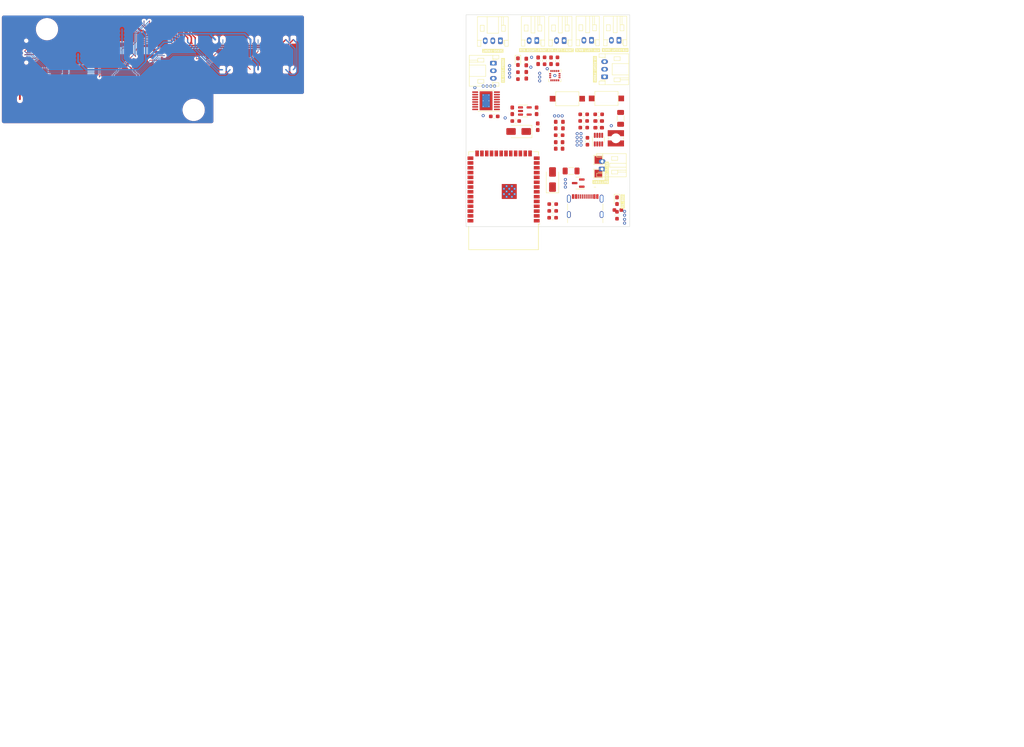
<source format=kicad_pcb>
(kicad_pcb (version 20221018) (generator pcbnew)
  (layers (0 "F.Cu" signal) (31 "B.Cu" signal) (34 "B.Paste" user) (35 "F.Paste" user) (36 "B.SilkS" user "B.Silkscreen") (37 "F.SilkS" user "F.Silkscreen") (38 "B.Mask" user) (39 "F.Mask" user) (44 "Edge.Cuts" user))
  (net 0 "")
  (net 1 "BAT_OUT")
  (net 2 "GND")
  (net 3 "+3.3V")
  (net 4 "ESP32-RESET")
  (net 5 "+5V")
  (net 6 "Net-(U1-VINT)")
  (net 7 "Net-(U1-VCP)")
  (net 8 "+7.5V")
  (net 9 "Net-(U5-EN)")
  (net 10 "Net-(U5-BS)")
  (net 11 "Net-(U5-LX)")
  (net 12 "5V_BAT")
  (net 13 "Net-(D1-A)")
  (net 14 "5V_USB_POWER")
  (net 15 "Net-(D3-A)")
  (net 16 "Net-(J2-CC1)")
  (net 17 "ESP32-D+")
  (net 18 "ESP32-D-")
  (net 20 "Net-(J2-CC2)")
  (net 22 "ESP32-IR-FL")
  (net 23 "ESP32-IR-FR")
  (net 24 "ESP32-SRV-F")
  (net 25 "Net-(D4-A)")
  (net 26 "MOTOR-RIGHT-BL")
  (net 27 "MOTOR-RIGHT-BR")
  (net 28 "MOTOR-LEFT-BL")
  (net 29 "MOTOR-LEFT-BR")
  (net 30 "ESP32-OP-LED")
  (net 31 "ESP32-BATTERY-READ")
  (net 32 "ESP32-ACC-SCL")
  (net 33 "Net-(U1-nSLEEP)")
  (net 34 "ESP32-ACC-SDA")
  (net 35 "Net-(U5-FS)")
  (net 36 "Net-(U5-FB)")
  (net 37 "ESP32-BOOT0")
  (net 38 "ESP32-MOTOR-FAULT")
  (net 39 "ESP32-MOTOR-BIN1")
  (net 40 "ESP32-MOTOR-BIN2")
  (net 41 "ESP32-MOTOR-AIN2")
  (net 42 "ESP32-MOTOR-AIN1")
  (net 47 "ESP32-ACC-INT1")
  (net 48 "ESP32-ACC-INT2")
  (net 69 "Net-(U3-EN)")
  (footprint "Capacitor_SMD:C_0603_1608Metric_Pad1.08x0.95mm_HandSolder" (layer "F.Cu") (at 211.629662 54.509436 90)
    (fp_text reference "C3" hide)
    (fp_text value "0.1uF/50V")
  )
  (footprint "RF_Module:ESP32-S3-WROOM-1" (layer "F.Cu") (at 197.865224 74.475281 180)
    (fp_text reference "U2" hide)
    (fp_text value "ESP32-S3-WROOM-1")
  )
  (footprint "Button_Switch_SMD:SW_SPST_CK_RS282G05A3" (layer "F.Cu") (at 214.691292 47.542587 180)
    (fp_text reference "SW1" hide)
    (fp_text value "SW_Push")
  )
  (footprint "Package_TO_SOT_SMD:SOT-23" (layer "F.Cu") (at 217.559155 69.813579 180)
    (fp_text reference "Q1" hide)
    (fp_text value "FDN336P")
  )
  (footprint "LED_SMD:LED_0603_1608Metric_Pad1.05x0.95mm_HandSolder" (layer "F.Cu") (at 201.658058 37.761261 -90)
    (fp_text reference "D1" hide)
    (fp_text value "LED")
  )
  (footprint "Capacitor_SMD:C_1206_3216Metric_Pad1.33x1.80mm_HandSolder" (layer "F.Cu") (at 228.744663 52.727876 90)
    (fp_text reference "C16" hide)
    (fp_text value "22u")
  )
  (footprint "Capacitor_SMD:C_0603_1608Metric_Pad1.08x0.95mm_HandSolder" (layer "F.Cu") (at 213.429662 59.871936 -90)
    (fp_text reference "C2" hide)
    (fp_text value "10u")
  )
  (footprint "Capacitor_SMD:C_0603_1608Metric_Pad1.08x0.95mm_HandSolder" (layer "F.Cu") (at 200.16 50.7375 -90)
    (fp_text reference "C5" hide)
    (fp_text value "1u")
  )
  (footprint "Resistor_SMD:R_0603_1608Metric_Pad0.98x0.95mm_HandSolder" (layer "F.Cu") (at 219.007163 51.665376)
    (fp_text reference "R6" hide)
    (fp_text value "5.1K")
  )
  (footprint "Capacitor_SMD:C_0603_1608Metric_Pad1.08x0.95mm_HandSolder" (layer "F.Cu") (at 222.957163 55.190376)
    (fp_text reference "C11" hide)
    (fp_text value "10n")
  )
  (footprint "Resistor_SMD:R_0603_1608Metric_Pad0.98x0.95mm_HandSolder" (layer "F.Cu") (at 218.994663 53.415376 180)
    (fp_text reference "R5" hide)
    (fp_text value "3.3k")
  )
  (footprint "Connector_JST:JST_PH_S2B-PH-K_1x02_P2.00mm_Horizontal" (layer "F.Cu") (at 228.315819 32.129534 180)
    (fp_text reference "J9" hide)
    (fp_text value "JST XH")
  )
  (footprint "Resistor_SMD:R_0603_1608Metric_Pad0.98x0.95mm_HandSolder" (layer "F.Cu") (at 219.019663 55.165376)
    (fp_text reference "R14" hide)
    (fp_text value "100k")
  )
  (footprint "Resistor_SMD:R_0603_1608Metric_Pad0.98x0.95mm_HandSolder" (layer "F.Cu") (at 212.529662 57.171936 180)
    (fp_text reference "R1" hide)
    (fp_text value "5.1K")
  )
  (footprint "LED_SMD:LED_0603_1608Metric_Pad1.05x0.95mm_HandSolder" (layer "F.Cu") (at 227.792254 74.453966 -90)
    (fp_text reference "D3" hide)
    (fp_text value "LED")
  )
  (footprint "kibuzzard-65073819" (layer "F.Cu") (at 220.053546 34.733954 180)
    (fp_text reference "kibuzzard-65073819" hide)
    (fp_text value "G***" hide)
  )
  (footprint "Button_Switch_SMD:SW_SPST_CK_RS282G05A3" (layer "F.Cu") (at 225.012727 47.473156)
    (fp_text reference "SW2" hide)
    (fp_text value "SW_Push")
  )
  (footprint "TestPoint:TestPoint_Pad_2.0x2.0mm" (layer "F.Cu") (at 222.871965 63.704086 90)
    (fp_text reference "J6" hide)
    (fp_text value "Conn_01x01_Pin")
  )
  (footprint "Resistor_SMD:R_0603_1608Metric_Pad0.98x0.95mm_HandSolder" (layer "F.Cu") (at 212.0882 37.544931 90)
    (fp_text reference "R9" hide)
    (fp_text value "5.1K")
  )
  (footprint "Connector_JST:JST_PH_S2B-PH-K_1x02_P2.00mm_Horizontal" (layer "F.Cu") (at 221.067048 32.128952 180)
    (fp_text reference "J11" hide)
    (fp_text value "JST XH")
  )
  (footprint "Resistor_SMD:R_0603_1608Metric_Pad0.98x0.95mm_HandSolder" (layer "F.Cu") (at 210.831066 75.348368 180)
    (fp_text reference "R7" hide)
    (fp_text value "5.1K")
  )
  (footprint "kibuzzard-650737FA" (layer "F.Cu") (at 221.969649 39.766338 -90)
    (fp_text reference "kibuzzard-650737FA" hide)
    (fp_text value "G***" hide)
  )
  (footprint "kibuzzard-65073881" (layer "F.Cu") (at 227.315819 34.697891 180)
    (fp_text reference "kibuzzard-65073881" hide)
    (fp_text value "G***" hide)
  )
  (footprint "kibuzzard-65073803" (layer "F.Cu") (at 205.717242 34.737982)
    (fp_text reference "kibuzzard-65073803" hide)
    (fp_text value "G***" hide)
  )
  (footprint "Resistor_SMD:R_0603_1608Metric_Pad0.98x0.95mm_HandSolder" (layer "F.Cu") (at 227.792254 78.291466 -90)
    (fp_text reference "R17" hide)
    (fp_text value "5.1K")
  )
  (footprint "Resistor_SMD:R_0603_1608Metric_Pad0.98x0.95mm_HandSolder" (layer "F.Cu") (at 201.658058 41.461261 -90)
    (fp_text reference "R2" hide)
    (fp_text value "5.1K")
  )
  (footprint "Capacitor_SMD:C_0603_1608Metric_Pad1.08x0.95mm_HandSolder" (layer "F.Cu") (at 213.529662 54.509436 90)
    (fp_text reference "C13" hide)
    (fp_text value "1u")
  )
  (footprint "Connector_JST:JST_PH_S2B-PH-K_1x02_P2.00mm_Horizontal" (layer "F.Cu") (at 223.87225 66.096783 90)
    (fp_text reference "J1" hide)
    (fp_text value "JST XH")
  )
  (footprint "kibuzzard-650739DD" (layer "F.Cu") (at 223.471965 69.504086 180)
    (fp_text reference "kibuzzard-650739DD" hide)
    (fp_text value "G***" hide)
  )
  (footprint "Capacitor_SMD:C_0603_1608Metric_Pad1.08x0.95mm_HandSolder" (layer "F.Cu") (at 210.3882 37.532431 -90)
    (fp_text reference "C10" hide)
    (fp_text value "10u")
  )
  (footprint "Capacitor_SMD:C_0603_1608Metric_Pad1.08x0.95mm_HandSolder" (layer "F.Cu") (at 211.629662 59.871936 -90)
    (fp_text reference "C1" hide)
    (fp_text value "10u")
  )
  (footprint "Connector_JST:JST_PH_S3B-PH-K_1x03_P2.00mm_Horizontal" (layer "F.Cu") (at 224.519649 41.766338 90)
    (fp_text reference "J4" hide)
    (fp_text value "Conn_01x03_Socket")
  )
  (footprint "Capacitor_SMD:C_0603_1608Metric_Pad1.08x0.95mm_HandSolder" (layer "F.Cu") (at 206.58 50.7375 -90)
    (fp_text reference "C4" hide)
    (fp_text value "1u")
  )
  (footprint "Capacitor_SMD:C_1206_3216Metric_Pad1.33x1.80mm_HandSolder" (layer "F.Cu") (at 215.679381 66.613579 180)
    (fp_text reference "C12" hide)
    (fp_text value "22u")
  )
  (footprint "kibuzzard-650739F6" (layer "F.Cu") (at 229.292254 74.678966 -90)
    (fp_text reference "kibuzzard-650739F6" hide)
    (fp_text value "G***" hide)
  )
  (footprint "Connector_JST:JST_PH_S3B-PH-K_1x03_P2.00mm_Horizontal" (layer "F.Cu") (at 197.030503 32.256183 180)
    (fp_text reference "J7" hide)
    (fp_text value "Conn_01x03_Socket")
  )
  (footprint "Capacitor_SMD:C_0603_1608Metric_Pad1.08x0.95mm_HandSolder" (layer "F.Cu") (at 203.858058 37.861261 -90)
    (fp_text reference "C8" hide)
    (fp_text value "100n")
  )
  (footprint "Connector_JST:JST_PH_S2B-PH-K_1x02_P2.00mm_Horizontal" (layer "F.Cu") (at 213.846246 32.198383 180)
    (fp_text reference "J10" hide)
    (fp_text value "JST XH")
  )
  (footprint "Capacitor_SMD:C_0603_1608Metric_Pad1.08x0.95mm_HandSolder" (layer "F.Cu") (at 203.858058 41.361261 90)
    (fp_text reference "C7" hide)
    (fp_text value "2.2u")
  )
  (footprint "Diode_SMD:D_SMA" (layer "F.Cu") (at 210.776357 68.868285 90)
    (fp_text reference "D4" hide)
    (fp_text value "SS14")
  )
  (footprint "Capacitor_SMD:C_0603_1608Metric_Pad1.08x0.95mm_HandSolder" (layer "F.Cu") (at 206.88 54.9375 90)
    (fp_text reference "C14" hide)
    (fp_text value "0.1uF/50V")
  )
  (footprint "Resistor_SMD:R_0603_1608Metric_Pad0.98x0.95mm_HandSolder" (layer "F.Cu") (at 210.806066 78.948368)
    (fp_text reference "R10" hide)
    (fp_text value "5.1K")
  )
  (footprint "Resistor_SMD:R_0603_1608Metric_Pad0.98x0.95mm_HandSolder" (layer "F.Cu") (at 201.08 53.4375)
    (fp_text reference "R8" hide)
    (fp_text value "100k")
  )
  (footprint "Diode_SMD:D_SMA" (layer "F.Cu") (at 201.837726 56.1875 180)
    (fp_text reference "D2" hide)
    (fp_text value "SS14")
  )
  (footprint "Inductor_SMD:L_Wuerth_WE-TPC-3816" (layer "F.Cu") (at 227.494663 57.990376)
    (fp_text reference "L1" hide)
    (fp_text value "4.7u")
  )
  (footprint "RF_Module:ESP32-S3-WROOM-1" (layer "F.Cu") (at 197.865224 74.475281 180)
    (fp_text reference "U2" hide)
    (fp_text value "ESP32-S3-WROOM-1")
  )
  (footprint "Package_LGA:LGA-16_3x3mm_P0.5mm_LayoutBorder3x5y" (layer "F.Cu") (at 211.3882 41.457431 -90)
    (fp_text reference "U4" hide)
    (fp_text value "LIS3DH")
  )
  (footprint "TestPoint:TestPoint_Pad_2.0x2.0mm" (layer "F.Cu") (at 222.871965 67.304086 90)
    (fp_text reference "J5" hide)
    (fp_text value "Conn_01x01_Pin")
  )
  (footprint "kibuzzard-6507377B" (layer "F.Cu") (at 197.719365 40.06943 90)
    (fp_text reference "kibuzzard-6507377B" hide)
    (fp_text value "G***" hide)
  )
  (footprint "Resistor_SMD:R_0603_1608Metric_Pad0.98x0.95mm_HandSolder" (layer "F.Cu") (at 221.962962 70.344738)
    (fp_text reference "R15" hide)
    (fp_text value "100k")
  )
  (footprint "kibuzzard-650739D2" (layer "F.Cu") (at 225.091692 66.604086 90)
    (fp_text reference "kibuzzard-650739D2" hide)
    (fp_text value "G***" hide)
  )
  (footprint "kibuzzard-65073792" (layer "F.Cu") (at 195.030503 34.906183 180)
    (fp_text reference "kibuzzard-65073792" hide)
    (fp_text value "G***" hide)
  )
  (footprint "Resistor_SMD:R_0603_1608Metric_Pad0.98x0.95mm_HandSolder" (layer "F.Cu") (at 195.40625 52.211034 180)
    (fp_text reference "R11" hide)
    (fp_text value "100k")
  )
  (footprint "Connector_USB:USB_C_Receptacle_GCT_USB4105-xx-A_16P_TopMnt_Horizontal" (layer "F.Cu") (at 219.41177 77.032839)
    (fp_text reference "J2" hide)
    (fp_text value "USB_C_Receptacle")
  )
  (footprint "Connector_JST:JST_PH_S2B-PH-K_1x02_P2.00mm_Horizontal" (layer "F.Cu") (at 206.625445 32.198383 180)
    (fp_text reference "J13" hide)
    (fp_text value "JST XH")
  )
  (footprint "Package_TO_SOT_SMD:SOT-23-8" (layer "F.Cu") (at 222.907163 58.340376 90)
    (fp_text reference "U5" hide)
    (fp_text value "SY8303")
  )
  (footprint "Capacitor_SMD:C_0603_1608Metric_Pad1.08x0.95mm_HandSolder" (layer "F.Cu") (at 206.9882 37.532431 -90)
    (fp_text reference "C6" hide)
    (fp_text value "100n")
  )
  (footprint "Package_TO_SOT_SMD:SOT-23-5" (layer "F.Cu") (at 203.48 50.7875)
    (fp_text reference "U3" hide)
    (fp_text value "AP2112K-3.3")
  )
  (footprint "kibuzzard-6507374A" (layer "F.Cu") (at 212.846246 34.748383)
    (fp_text reference "kibuzzard-6507374A" hide)
    (fp_text value "G***" hide)
  )
  (footprint "Resistor_SMD:R_0603_1608Metric_Pad0.98x0.95mm_HandSolder" (layer "F.Cu") (at 208.6882 37.532431 90)
    (fp_text reference "R12" hide)
    (fp_text value "5.1K")
  )
  (footprint "Resistor_SMD:R_0603_1608Metric_Pad0.98x0.95mm_HandSolder" (layer "F.Cu") (at 210.831066 77.148368)
    (fp_text reference "R4" hide)
    (fp_text value "5.1K")
  )
  (footprint "Connector_JST:JST_PH_S3B-PH-K_1x03_P2.00mm_Horizontal" (layer "F.Cu") (at 195.169365 38.16943 -90)
    (fp_text reference "J3" hide)
    (fp_text value "Conn_01x03_Socket")
  )
  (footprint "Resistor_SMD:R_0603_1608Metric_Pad0.98x0.95mm_HandSolder" (layer "F.Cu") (at 222.957163 51.665376)
    (fp_text reference "R3" hide)
    (fp_text value "100k")
  )
  (footprint "Capacitor_SMD:C_0603_1608Metric_Pad1.08x0.95mm_HandSolder" (layer "F.Cu") (at 222.957163 53.427876 180)
    (fp_text reference "C9" hide)
    (fp_text value "10u")
  )
  (footprint "Package_SO:HTSSOP-16-1EP_4.4x5mm_P0.65mm_EP3.4x5mm_Mask2.46x2.31mm_ThermalVias" (layer "F.Cu") (at 193.24375 48.086034 180)
    (fp_text reference "U1" hide)
    (fp_text value "DRV8833PWP")
  )
  (footprint "Resistor_SMD:R_0603_1608Metric_Pad0.98x0.95mm_HandSolder" (layer "F.Cu") (at 219.994663 58.765376 90)
    (fp_text reference "R16" hide)
    (fp_text value "12k")
  )
  (gr_rect (start 187.96 25.4) (end 231.14 81.28) (stroke (width 0.1)) (fill none) (layer "Edge.Cuts"))
  (segment locked (start 76.3125 50.2375) (end 75.45 49.375) (width 0.5) (layer "F.Cu") (net 1))
  (segment locked (start 79.5125 49.375) (end 80.375 50.2375) (width 0.35) (layer "F.Cu") (net 1))
  (segment locked (start 80.3125 46.4625) (end 79.5125 47.2625) (width 0.35) (layer "F.Cu") (net 1))
  (segment locked (start 72.2 46.125) (end 75.45 49.375) (width 0.5) (layer "F.Cu") (net 1))
  (segment locked (start 79.5125 47.2625) (end 79.5125 49.375) (width 0.35) (layer "F.Cu") (net 1))
  (segment locked (start 83.55 52.725) (end 81.05 52.725) (width 0.2) (layer "F.Cu") (net 1))
  (segment locked (start 72.2 42.8) (end 72.2 46.125) (width 0.5) (layer "F.Cu") (net 1))
  (segment locked (start 84.275 52) (end 83.55 52.725) (width 0.2) (layer "F.Cu") (net 1))
  (segment (start 80.375 51.95) (end 80.325 52) (width 0.35) (layer "F.Cu") (net 1))
  (segment locked (start 80.375 50.2375) (end 76.3125 50.2375) (width 0.5) (layer "F.Cu") (net 1))
  (segment locked (start 81.05 52.725) (end 80.325 52) (width 0.2) (layer "F.Cu") (net 1))
  (segment (start 80.375 50.2375) (end 80.375 51.95) (width 0.35) (layer "F.Cu") (net 1))
  (via (at 218.294663 56.765376) (size 0.8) (drill 0.4) (layers "F.Cu" "B.Cu") (net 2))
  (via (at 211.3882 41.432431) (size 0.8) (drill 0.4) (layers "F.Cu" "B.Cu") (net 2))
  (via (at 218.294663 58.765376) (size 0.8) (drill 0.4) (layers "F.Cu" "B.Cu") (net 2))
  (via (at 212.329662 52.071936) (size 0.8) (drill 0.4) (layers "F.Cu" "B.Cu") (net 2))
  (via (at 229.792254 79.378966) (size 0.8) (drill 0.4) (layers "F.Cu" "B.Cu") (net 2))
  (via (at 217.294663 59.765376) (size 0.8) (drill 0.4) (layers "F.Cu" "B.Cu") (net 2))
  (via (at 198.29375 52.611034) (size 0.8) (drill 0.4) (layers "F.Cu" "B.Cu") (net 2))
  (via (at 213.329662 52.071936) (size 0.8) (drill 0.4) (layers "F.Cu" "B.Cu") (net 2))
  (via (at 218.294663 59.765376) (size 0.8) (drill 0.4) (layers "F.Cu" "B.Cu") (net 2))
  (via (at 195.49375 44.211034) (size 0.8) (drill 0.4) (layers "F.Cu" "B.Cu") (net 2))
  (via (at 193.49375 44.211034) (size 0.8) (drill 0.4) (layers "F.Cu" "B.Cu") (net 2))
  (via (at 207.3882 41.832431) (size 0.8) (drill 0.4) (layers "F.Cu" "B.Cu") (net 2))
  (via (at 217.294663 56.765376) (size 0.8) (drill 0.4) (layers "F.Cu" "B.Cu") (net 2))
  (via (at 229.792254 80.378966) (size 0.8) (drill 0.4) (layers "F.Cu" "B.Cu") (net 2))
  (via (at 207.3882 40.832431) (size 0.8) (drill 0.4) (layers "F.Cu" "B.Cu") (net 2))
  (via (at 194.49375 44.211034) (size 0.8) (drill 0.4) (layers "F.Cu" "B.Cu") (net 2))
  (via (at 209.3882 39.632431) (size 0.8) (drill 0.4) (layers "F.Cu" "B.Cu") (net 2))
  (via (at 217.294663 58.765376) (size 0.8) (drill 0.4) (layers "F.Cu" "B.Cu") (net 2))
  (via (at 192.49375 44.211034) (size 0.8) (drill 0.4) (layers "F.Cu" "B.Cu") (net 2))
  (via (at 218.294663 57.765376) (size 0.8) (drill 0.4) (layers "F.Cu" "B.Cu") (net 2))
  (via (at 229.792254 77.278966) (size 0.8) (drill 0.4) (layers "F.Cu" "B.Cu") (net 2))
  (via (at 207.3882 42.832431) (size 0.8) (drill 0.4) (layers "F.Cu" "B.Cu") (net 2))
  (via (at 229.792254 78.278966) (size 0.8) (drill 0.4) (layers "F.Cu" "B.Cu") (net 2))
  (via (at 217.294663 57.765376) (size 0.8) (drill 0.4) (layers "F.Cu" "B.Cu") (net 2))
  (via locked (at 226.294663 54.665376) (size 0.8) (drill 0.4) (layers "F.Cu" "B.Cu") (net 2))
  (via (at 211.329662 52.071936) (size 0.8) (drill 0.4) (layers "F.Cu" "B.Cu") (net 2))
  (segment (start 108.5875 51.35) (end 108.8 51.1375) (width 0.35) (layer "F.Cu") (net 3))
  (segment (start 99.2 39.1005) (end 101.525 41.4255) (width 0.35) (layer "F.Cu") (net 3))
  (segment (start 110.6125 51.125) (end 110.6 51.1375) (width 0.2) (layer "F.Cu") (net 3))
  (segment (start 101.525 47.475) (end 105.4 51.35) (width 0.35) (layer "F.Cu") (net 3))
  (segment (start 110.6125 49.3) (end 110.6125 51.125) (width 0.2) (layer "F.Cu") (net 3))
  (segment (start 106.5 51.35) (end 108.5875 51.35) (width 0.35) (layer "F.Cu") (net 3))
  (segment (start 108.8 51.1375) (end 110.6 51.1375) (width 0.35) (layer "F.Cu") (net 3))
  (segment (start 101.525 41.4255) (end 101.525 47.475) (width 0.35) (layer "F.Cu") (net 3))
  (segment (start 105.4 51.35) (end 106.5 51.35) (width 0.35) (layer "F.Cu") (net 3))
  (via (at 199.458058 40.823761) (size 0.8) (drill 0.4) (layers "F.Cu" "B.Cu") (net 3))
  (via (at 199.458058 38.823761) (size 0.8) (drill 0.4) (layers "F.Cu" "B.Cu") (net 3))
  (via (at 199.458058 41.823761) (size 0.8) (drill 0.4) (layers "F.Cu" "B.Cu") (net 3))
  (via (at 199.458058 39.823761) (size 0.8) (drill 0.4) (layers "F.Cu" "B.Cu") (net 3))
  (segment (start 99.1005 39.1005) (end 99.2 39.1005) (width 0.35) (layer "B.Cu") (net 3))
  (segment (start 97.2 32.2) (end 97.2 29.2) (width 0.35) (layer "B.Cu") (net 3))
  (segment (start 97.2 37.2) (end 99.1005 39.1005) (width 0.35) (layer "B.Cu") (net 3))
  (segment (start 97.2 32.2) (end 97.2 37.2) (width 0.35) (layer "B.Cu") (net 3))
  (segment (start 111.3 47.5) (end 113.8 45) (width 0.2) (layer "F.Cu") (net 4))
  (segment (start 108.7875 49.3) (end 108.7875 47.5125) (width 0.2) (layer "F.Cu") (net 4))
  (segment (start 106.5 50.08) (end 108.0075 50.08) (width 0.2) (layer "F.Cu") (net 4))
  (segment (start 108.7875 47.5125) (end 108.8 47.5) (width 0.2) (layer "F.Cu") (net 4))
  (segment (start 108.0075 50.08) (end 108.7875 49.3) (width 0.2) (layer "F.Cu") (net 4))
  (segment (start 110.7 47.5) (end 111.3 47.5) (width 0.2) (layer "F.Cu") (net 4))
  (segment (start 108.8 47.5) (end 110.7 47.5) (width 0.2) (layer "F.Cu") (net 4))
  (segment (start 106.6 34.4) (end 108.4 34.4) (width 0.2) (layer "F.Cu") (net 5))
  (segment (start 102.8 29.6) (end 102.1 29.6) (width 0.5) (layer "F.Cu") (net 5))
  (segment (start 103.35 30.15) (end 102.8 29.6) (width 0.5) (layer "F.Cu") (net 5))
  (segment (start 104.4875 30.15) (end 103.35 30.15) (width 0.5) (layer "F.Cu") (net 5))
  (segment (start 102.1 29.6) (end 101.6 29.1) (width 0.5) (layer "F.Cu") (net 5))
  (segment (start 108.4 34.4) (end 108.6 34.6) (width 0.2) (layer "F.Cu") (net 5))
  (via (at 192.49375 52.011034) (size 0.8) (drill 0.4) (layers "F.Cu" "B.Cu") (net 5))
  (via locked (at 214.179381 70.863579) (size 0.8) (drill 0.4) (layers "F.Cu" "B.Cu") (net 5))
  (via (at 205.058058 39.223761) (size 0.8) (drill 0.4) (layers "F.Cu" "B.Cu") (net 5))
  (via locked (at 214.179381 68.863579) (size 0.8) (drill 0.4) (layers "F.Cu" "B.Cu") (net 5))
  (via locked (at 214.179381 69.863579) (size 0.8) (drill 0.4) (layers "F.Cu" "B.Cu") (net 5))
  (segment (start 129.55 30.4) (end 131.1 31.95) (width 0.5) (layer "B.Cu") (net 5))
  (segment (start 120.7 30.4) (end 120.7 30.85) (width 0.5) (layer "B.Cu") (net 5))
  (segment (start 131.1 31.95) (end 131.1 36.3) (width 0.5) (layer "B.Cu") (net 5))
  (segment (start 120.7 30.85) (end 121.8 31.95) (width 0.5) (layer "B.Cu") (net 5))
  (segment (start 103.446447 37.846447) (end 103.446447 37.422182) (width 0.5) (layer "B.Cu") (net 5))
  (segment (start 102.8 30.15) (end 102.8 29.6) (width 0.5) (layer "B.Cu") (net 5))
  (segment (start 105.084314 35.784314) (end 108.243628 32.625) (width 0.5) (layer "B.Cu") (net 5))
  (segment (start 110.175 32.625) (end 112.4 30.4) (width 0.5) (layer "B.Cu") (net 5))
  (segment (start 131.1 36.3) (end 133.1 38.3) (width 0.5) (layer "B.Cu") (net 5))
  (segment locked (start 85.6 37.8) (end 85.6 35.8) (width 0.5) (layer "B.Cu") (net 5))
  (segment (start 112.4 30.4) (end 120.7 30.4) (width 0.5) (layer "B.Cu") (net 5))
  (segment (start 101.392894 39.9) (end 103.446447 37.846447) (width 0.5) (layer "B.Cu") (net 5))
  (segment (start 133.1 38.3) (end 133.1 39.85) (width 0.5) (layer "B.Cu") (net 5))
  (segment (start 108.243628 32.625) (end 110.175 32.625) (width 0.5) (layer "B.Cu") (net 5))
  (segment (start 103.446447 30.796447) (end 102.8 30.15) (width 0.5) (layer "B.Cu") (net 5))
  (segment (start 103.446447 37.422182) (end 103.446447 30.796447) (width 0.5) (layer "B.Cu") (net 5))
  (segment (start 103.446447 37.422182) (end 105.084314 35.784314) (width 0.5) (layer "B.Cu") (net 5))
  (segment (start 87.7 39.9) (end 101.392894 39.9) (width 0.5) (layer "B.Cu") (net 5))
  (segment (start 120.7 30.4) (end 129.55 30.4) (width 0.5) (layer "B.Cu") (net 5))
  (segment locked (start 85.6 37.8) (end 87.7 39.9) (width 0.5) (layer "B.Cu") (net 5))
  (segment (start 102.390025 32.6) (end 101.6 32.6) (width 0.2) (layer "F.Cu") (net 6))
  (segment (start 103.540025 31.45) (end 102.390025 32.6) (width 0.2) (layer "F.Cu") (net 6))
  (segment (start 104.4875 31.45) (end 103.540025 31.45) (width 0.2) (layer "F.Cu") (net 6))
  (segment (start 103.855025 29.5) (end 104.4875 29.5) (width 0.2) (layer "F.Cu") (net 7))
  (segment (start 101.6 27.375) (end 101.730025 27.375) (width 0.2) (layer "F.Cu") (net 7))
  (segment (start 101.730025 27.375) (end 103.855025 29.5) (width 0.2) (layer "F.Cu") (net 7))
  (segment locked (start 70.25 44.45) (end 68.6 42.8) (width 0.5) (layer "F.Cu") (net 8))
  (segment locked (start 70.25 47.65) (end 70.25 44.45) (width 0.5) (layer "F.Cu") (net 8))
  (segment locked (start 82.8875 49.45) (end 82.1 50.2375) (width 0.2) (layer "F.Cu") (net 9))
  (segment locked (start 82.15 52) (end 82.15 50.2875) (width 0.2) (layer "F.Cu") (net 9))
  (segment locked (start 82.2625 46.4625) (end 82.8875 47.0875) (width 0.2) (layer "F.Cu") (net 9))
  (segment locked (start 82.8875 47.0875) (end 82.8875 49.45) (width 0.2) (layer "F.Cu") (net 9))
  (segment locked (start 82.15 50.2875) (end 82.1 50.2375) (width 0.2) (layer "F.Cu") (net 9))
  (segment locked (start 81.55 46.4625) (end 81.55 47.9375) (width 0.25) (layer "F.Cu") (net 10))
  (segment locked (start 81.55 47.9375) (end 82.0875 48.475) (width 0.25) (layer "F.Cu") (net 10))
  (segment (start 99.4 30.925) (end 99.4 29.0125) (width 0.25) (layer "F.Cu") (net 13))
  (segment (start 74.383276 37.527295) (end 75.210571 36.7) (width 0.2) (layer "F.Cu") (net 14))
  (segment locked (start 73 32.727295) (end 73.775 32.727295) (width 0.2) (layer "F.Cu") (net 14))
  (segment locked (start 73.775 32.727295) (end 73.825 32.777295) (width 0.2) (layer "F.Cu") (net 14))
  (segment locked (start 78.1375 35.225) (end 78.9 35.9875) (width 0.2) (layer "F.Cu") (net 14))
  (segment locked (start 71.125 29.8) (end 72.325 28.6) (width 0.2) (layer "F.Cu") (net 14))
  (segment locked (start 73 32.727295) (end 72.447705 32.727295) (width 0.2) (layer "F.Cu") (net 14))
  (segment (start 73 37.527295) (end 74.383276 37.527295) (width 0.2) (layer "F.Cu") (net 14))
  (segment (start 75.210571 36.7) (end 78.1875 36.7) (width 0.2) (layer "F.Cu") (net 14))
  (segment locked (start 71.733111 33) (end 71.125 32.391889) (width 0.2) (layer "F.Cu") (net 14))
  (segment locked (start 72.175 33) (end 71.733111 33) (width 0.2) (layer "F.Cu") (net 14))
  (segment locked (start 72.447705 32.727295) (end 72.175 33) (width 0.2) (layer "F.Cu") (net 14))
  (segment locked (start 74.575 34.046965) (end 75.714795 34.046965) (width 0.2) (layer "F.Cu") (net 14))
  (segment locked (start 75.714795 34.046965) (end 76.89283 35.225) (width 0.2) (layer "F.Cu") (net 14))
  (segment (start 78.1875 36.7) (end 78.9 35.9875) (width 0.2) (layer "F.Cu") (net 14))
  (segment locked (start 73.825 33.296965) (end 74.575 34.046965) (width 0.2) (layer "F.Cu") (net 14))
  (segment locked (start 73.825 32.777295) (end 73.825 33.296965) (width 0.2) (layer "F.Cu") (net 14))
  (segment locked (start 71.125 32.391889) (end 71.125 29.8) (width 0.2) (layer "F.Cu") (net 14))
  (segment locked (start 76.89283 35.225) (end 78.1375 35.225) (width 0.2) (layer "F.Cu") (net 14))
  (segment locked (start 68.4 28.627295) (end 70.5125 28.627295) (width 0.2) (layer "F.Cu") (net 15))
  (segment locked (start 73 33.877295) (end 73.875 33.877295) (width 0.25) (layer "F.Cu") (net 16))
  (segment locked (start 74.41967 34.421965) (end 75.559465 34.421965) (width 0.25) (layer "F.Cu") (net 16))
  (segment locked (start 73.875 33.877295) (end 74.41967 34.421965) (width 0.25) (layer "F.Cu") (net 16))
  (segment locked (start 75.559465 34.421965) (end 77.1 35.9625) (width 0.25) (layer "F.Cu") (net 16))
  (segment locked (start 73 34.877295) (end 73.775 34.877295) (width 0.2) (layer "F.Cu") (net 17))
  (segment locked (start 73.775 34.877295) (end 73.825 34.927295) (width 0.2) (layer "F.Cu") (net 17))
  (segment (start 106.59 36.2) (end 106.5 36.11) (width 0.2) (layer "F.Cu") (net 17))
  (segment locked (start 71.622705 35.877295) (end 71.5 36) (width 0.2) (layer "F.Cu") (net 17))
  (segment locked (start 73.825 35.827295) (end 73.775 35.877295) (width 0.2) (layer "F.Cu") (net 17))
  (segment locked (start 73.825 34.927295) (end 73.825 35.827295) (width 0.2) (layer "F.Cu") (net 17))
  (segment (start 108.4 36.2) (end 106.59 36.2) (width 0.2) (layer "F.Cu") (net 17))
  (segment locked (start 73 35.877295) (end 71.622705 35.877295) (width 0.2) (layer "F.Cu") (net 17))
  (segment locked (start 73.775 35.877295) (end 73 35.877295) (width 0.2) (layer "F.Cu") (net 17))
  (segment (start 77.855026 40.75) (end 101.744974 40.75) (width 0.2) (layer "B.Cu") (net 17))
  (segment locked (start 71.5 36) (end 72.005025 36) (width 0.2) (layer "B.Cu") (net 17))
  (segment (start 104.869239 38.05) (end 106.719239 36.2) (width 0.2) (layer "B.Cu") (net 17))
  (segment locked (start 72.005025 36) (end 72.059619 36.054594) (width 0.2) (layer "B.Cu") (net 17))
  (segment locked (start 72.059619 36.054594) (end 73.15962 36.054594) (width 0.2) (layer "B.Cu") (net 17))
  (segment (start 101.744974 40.75) (end 104.444974 38.05) (width 0.2) (layer "B.Cu") (net 17))
  (segment (start 104.444974 38.05) (end 104.869239 38.05) (width 0.2) (layer "B.Cu") (net 17))
  (segment (start 106.719239 36.2) (end 108.4 36.2) (width 0.2) (layer "B.Cu") (net 17))
  (segment locked (start 73.15962 36.054594) (end 77.855026 40.75) (width 0.2) (layer "B.Cu") (net 17))
  (segment (start 104.6 37.4) (end 106.48 37.4) (width 0.2) (layer "F.Cu") (net 18))
  (segment locked (start 73 34.377295) (end 72.122705 34.377295) (width 0.2) (layer "F.Cu") (net 18))
  (segment locked (start 72.122705 34.377295) (end 71.5 35) (width 0.2) (layer "F.Cu") (net 18))
  (segment (start 106.48 37.4) (end 106.5 37.38) (width 0.2) (layer "F.Cu") (net 18))
  (segment locked (start 73 35.377295) (end 71.877295 35.377295) (width 0.2) (layer "F.Cu") (net 18))
  (segment locked (start 71.877295 35.377295) (end 71.5 35) (width 0.2) (layer "F.Cu") (net 18))
  (segment (start 101.6 40.4) (end 104.6 37.4) (width 0.2) (layer "B.Cu") (net 18))
  (segment locked (start 71.5 35) (end 72.204594 35.704594) (width 0.2) (layer "B.Cu") (net 18))
  (segment locked (start 73.304594 35.704594) (end 75.4 37.8) (width 0.2) (layer "B.Cu") (net 18))
  (segment locked (start 72.204594 35.704594) (end 73.304594 35.704594) (width 0.2) (layer "B.Cu") (net 18))
  (segment (start 78 40.4) (end 101.6 40.4) (width 0.2) (layer "B.Cu") (net 18))
  (segment locked (start 75.4 37.8) (end 78 40.4) (width 0.2) (layer "B.Cu") (net 18))
  (segment locked (start 73 36.877295) (end 74.385205 36.877295) (width 0.2) (layer "F.Cu") (net 20))
  (segment locked (start 74.385205 36.877295) (end 75.3 35.9625) (width 0.2) (layer "F.Cu") (net 20))
  (segment (start 118.95 38.65) (end 121.8 35.8) (width 0.2) (layer "F.Cu") (net 22))
  (segment (start 106.5 38.65) (end 118.95 38.65) (width 0.2) (layer "F.Cu") (net 22))
  (segment (start 121.8 35.8) (end 123.8 33.8) (width 0.2) (layer "B.Cu") (net 22))
  (segment (start 123.8 33.8) (end 123.8 31.95) (width 0.2) (layer "B.Cu") (net 22))
  (segment (start 119.1 39) (end 119.1 38.994974) (width 0.2) (layer "F.Cu") (net 23))
  (segment (start 119.1 38.994974) (end 121.147487 36.947487) (width 0.2) (layer "F.Cu") (net 23))
  (segment (start 108.2 39) (end 119.1 39) (width 0.2) (layer "F.Cu") (net 23))
  (segment (start 106.5 39.92) (end 107.28 39.92) (width 0.2) (layer "F.Cu") (net 23))
  (segment (start 121.147487 36.947487) (end 131.252513 36.947487) (width 0.2) (layer "F.Cu") (net 23))
  (segment (start 131.252513 36.947487) (end 133.1 35.1) (width 0.2) (layer "F.Cu") (net 23))
  (segment (start 107.28 39.92) (end 108.2 39) (width 0.2) (layer "F.Cu") (net 23))
  (segment (start 133.1 35.1) (end 133.1 31.95) (width 0.2) (layer "B.Cu") (net 23))
  (segment (start 108.64 39.35) (end 119.244975 39.35) (width 0.2) (layer "F.Cu") (net 24))
  (segment (start 106.5 41.19) (end 106.8 41.19) (width 0.2) (layer "F.Cu") (net 24))
  (segment (start 119.244975 39.35) (end 121.297488 37.297487) (width 0.2) (layer "F.Cu") (net 24))
  (segment (start 106.8 41.19) (end 108.64 39.35) (width 0.2) (layer "F.Cu") (net 24))
  (segment (start 121.297488 37.297487) (end 128.547487 37.297487) (width 0.2) (layer "F.Cu") (net 24))
  (segment (start 128.547487 37.297487) (end 131.1 39.85) (width 0.2) (layer "F.Cu") (net 24))
  (segment (start 112.851041 34) (end 110.951041 32.1) (width 0.35) (layer "F.Cu") (net 26))
  (segment (start 142.4 31.95) (end 140.35 34) (width 0.35) (layer "F.Cu") (net 26))
  (segment (start 110.951041 32.1) (end 110.2125 32.1) (width 0.35) (layer "F.Cu") (net 26))
  (segment (start 140.35 34) (end 112.851041 34) (width 0.35) (layer "F.Cu") (net 26))
  (segment (start 143.325 40.526505) (end 142.751505 41.1) (width 0.35) (layer "B.Cu") (net 26))
  (segment (start 143.325 32.875) (end 143.325 40.526505) (width 0.35) (layer "B.Cu") (net 26))
  (segment (start 142.751505 41.1) (end 141.631643 41.1) (width 0.35) (layer "B.Cu") (net 26))
  (segment (start 142.4 31.95) (end 143.325 32.875) (width 0.35) (layer "B.Cu") (net 26))
  (segment (start 141.631643 41.1) (end 140.4 39.868357) (width 0.35) (layer "B.Cu") (net 26))
  (segment (start 114.466852 33.5) (end 138.85 33.5) (width 0.35) (layer "F.Cu") (net 27))
  (segment (start 111.766852 30.8) (end 114.466852 33.5) (width 0.35) (layer "F.Cu") (net 27))
  (segment (start 138.85 33.5) (end 140.4 31.95) (width 0.35) (layer "F.Cu") (net 27))
  (segment (start 110.2125 30.8) (end 111.766852 30.8) (width 0.35) (layer "F.Cu") (net 27))
  (segment (start 140.4 31.95) (end 142.825 34.375) (width 0.35) (layer "B.Cu") (net 27))
  (segment (start 142.825 34.375) (end 142.825 39.443357) (width 0.35) (layer "B.Cu") (net 27))
  (segment (start 142.825 39.443357) (end 142.4 39.868357) (width 0.35) (layer "B.Cu") (net 27))
  (segment (start 116.5 31.45) (end 116.5 31.95) (width 0.35) (layer "F.Cu") (net 28))
  (segment (start 110.2125 28.85) (end 113.9 28.85) (width 0.35) (layer "F.Cu") (net 28))
  (segment (start 113.9 28.85) (end 116.5 31.45) (width 0.35) (layer "F.Cu") (net 28))
  (segment (start 122.507106 39.9) (end 123.7 39.9) (width 0.35) (layer "B.Cu") (net 28))
  (segment (start 116.5 31.95) (end 116.5 33.892894) (width 0.35) (layer "B.Cu") (net 28))
  (segment (start 116.5 33.892894) (end 122.507106 39.9) (width 0.35) (layer "B.Cu") (net 28))
  (segment (start 113.2 30.15) (end 114.5 31.45) (width 0.35) (layer "F.Cu") (net 29))
  (segment (start 110.2125 30.15) (end 113.2 30.15) (width 0.35) (layer "F.Cu") (net 29))
  (segment (start 114.5 31.45) (end 114.5 31.95) (width 0.35) (layer "F.Cu") (net 29))
  (segment (start 123 41.1) (end 124.5 41.1) (width 0.35) (layer "B.Cu") (net 29))
  (segment (start 124.5 41.1) (end 125.7 39.9) (width 0.35) (layer "B.Cu") (net 29))
  (segment (start 114.5 32.6) (end 123 41.1) (width 0.35) (layer "B.Cu") (net 29))
  (segment (start 114.5 31.95) (end 114.5 32.6) (width 0.35) (layer "B.Cu") (net 29))
  (segment (start 97.115 34.86) (end 97.115 34.56) (width 0.2) (layer "F.Cu") (net 30))
  (segment (start 98.925 32.75) (end 99.4 32.75) (width 0.2) (layer "F.Cu") (net 30))
  (segment (start 97.115 34.56) (end 98.925 32.75) (width 0.2) (layer "F.Cu") (net 30))
  (segment locked (start 86.0375 52) (end 86.1 52) (width 0.2) (layer "F.Cu") (net 31))
  (segment locked (start 86.75 51.35) (end 89 51.35) (width 0.2) (layer "F.Cu") (net 31))
  (segment locked (start 84.2875 50.25) (end 86.0375 52) (width 0.2) (layer "F.Cu") (net 31))
  (segment locked (start 86.1 52) (end 86.75 51.35) (width 0.2) (layer "F.Cu") (net 31))
  (segment (start 91.55 29.684569) (end 91.55 34.375) (width 0.2) (layer "F.Cu") (net 32))
  (segment (start 91.175 28.160571) (end 91.560571 27.775) (width 0.2) (layer "F.Cu") (net 32))
  (segment (start 94.45 27.775) (end 95.3 28.625) (width 0.2) (layer "F.Cu") (net 32))
  (segment (start 95.3 28.625) (end 95.3 28.947703) (width 0.2) (layer "F.Cu") (net 32))
  (segment (start 94.1 30.147703) (end 94.1 30.4) (width 0.2) (layer "F.Cu") (net 32))
  (segment (start 95.3 28.947703) (end 94.1 30.147703) (width 0.2) (layer "F.Cu") (net 32))
  (segment (start 91.175 29.309569) (end 91.55 29.684569) (width 0.2) (layer "F.Cu") (net 32))
  (segment (start 91.560571 27.775) (end 94.45 27.775) (width 0.2) (layer "F.Cu") (net 32))
  (segment (start 91.175 29.309569) (end 91.175 28.160571) (width 0.2) (layer "F.Cu") (net 32))
  (segment (start 91.55 34.375) (end 92.035 34.86) (width 0.2) (layer "F.Cu") (net 32))
  (segment (start 110.425 32.9625) (end 110.2125 32.75) (width 0.2) (layer "F.Cu") (net 33))
  (segment (start 110.425 34.6) (end 110.425 32.9625) (width 0.2) (layer "F.Cu") (net 33))
  (segment (start 91.9 32.915) (end 93.305 34.32) (width 0.2) (layer "F.Cu") (net 34))
  (segment (start 93.305 34.32) (end 93.305 34.86) (width 0.2) (layer "F.Cu") (net 34))
  (segment (start 91.9 28.6125) (end 91.9 31.1) (width 0.2) (layer "F.Cu") (net 34))
  (segment (start 91.9 31.1) (end 91.9 32.915) (width 0.2) (layer "F.Cu") (net 34))
  (segment (start 91.925 31.125) (end 91.9 31.1) (width 0.2) (layer "F.Cu") (net 34))
  (segment (start 93.375 31.125) (end 91.925 31.125) (width 0.2) (layer "F.Cu") (net 34))
  (segment locked (start 84.2625 47.26967) (end 84.2625 48.5) (width 0.2) (layer "F.Cu") (net 35))
  (segment locked (start 82.54283 45.55) (end 84.2625 47.26967) (width 0.2) (layer "F.Cu") (net 35))
  (segment locked (start 82.25 45.55) (end 82.54283 45.55) (width 0.2) (layer "F.Cu") (net 35))
  (segment locked (start 81.6125 44.1875) (end 81.6125 44.9125) (width 0.2) (layer "F.Cu") (net 35))
  (segment locked (start 81.6125 44.9125) (end 82.25 45.55) (width 0.2) (layer "F.Cu") (net 35))
  (segment locked (start 84.2125 43.975) (end 84.2 43.9875) (width 0.2) (layer "F.Cu") (net 36))
  (segment locked (start 82.2625 44.1875) (end 84 44.1875) (width 0.2) (layer "F.Cu") (net 36))
  (segment locked (start 84.2125 42.225) (end 84.2125 43.975) (width 0.2) (layer "F.Cu") (net 36))
  (segment locked (start 84 44.1875) (end 84.2 43.9875) (width 0.2) (layer "F.Cu") (net 36))
  (segment locked (start 89.3 36.11) (end 89 36.11) (width 0.2) (layer "F.Cu") (net 37))
  (segment locked (start 91.2 41.8395) (end 91.2 38.01) (width 0.2) (layer "F.Cu") (net 37))
  (segment locked (start 91.2 38.01) (end 89.3 36.11) (width 0.2) (layer "F.Cu") (net 37))
  (segment locked (start 89 36.11) (end 89 32.9625) (width 0.2) (layer "F.Cu") (net 37))
  (segment (start 118.2 37) (end 118.4 37.2) (width 0.2) (layer "F.Cu") (net 37))
  (segment locked (start 89 32.9625) (end 88.8 32.7625) (width 0.2) (layer "F.Cu") (net 37))
  (segment (start 116.8 37) (end 118.2 37) (width 0.2) (layer "F.Cu") (net 37))
  (segment (start 116.8 36.1) (end 116.8 37) (width 0.2) (layer "B.Cu") (net 37))
  (segment (start 116.6 35.9) (end 114.3 35.9) (width 0.2) (layer "B.Cu") (net 37))
  (segment (start 107 36.8) (end 106.614213 36.8) (width 0.2) (layer "B.Cu") (net 37))
  (segment (start 109.55 36.85) (end 107.05 36.85) (width 0.2) (layer "B.Cu") (net 37))
  (segment (start 114.3 35.9) (end 110.5 35.9) (width 0.2) (layer "B.Cu") (net 37))
  (segment (start 104.394974 38.594974) (end 101.889949 41.1) (width 0.2) (layer "B.Cu") (net 37))
  (segment (start 106.614213 36.8) (end 104.81924 38.594974) (width 0.2) (layer "B.Cu") (net 37))
  (segment (start 101.889949 41.1) (end 92 41.1) (width 0.2) (layer "B.Cu") (net 37))
  (segment (start 107.05 36.85) (end 107 36.8) (width 0.2) (layer "B.Cu") (net 37))
  (segment (start 104.81924 38.594974) (end 104.394974 38.594974) (width 0.2) (layer "B.Cu") (net 37))
  (segment (start 110.5 35.9) (end 109.55 36.85) (width 0.2) (layer "B.Cu") (net 37))
  (segment (start 116.6 35.9) (end 116.8 36.1) (width 0.2) (layer "B.Cu") (net 37))
  (segment locked (start 92 41.1) (end 91.9395 41.1) (width 0.2) (layer "B.Cu") (net 37))
  (segment locked (start 91.9395 41.1) (end 91.2 41.8395) (width 0.2) (layer "B.Cu") (net 37))
  (segment (start 104.75 26.35) (end 106.125 27.725) (width 0.2) (layer "F.Cu") (net 38))
  (segment (start 98.385 34.56) (end 99.4575 33.4875) (width 0.2) (layer "F.Cu") (net 38))
  (segment (start 100.875 26.873071) (end 101.398071 26.35) (width 0.2) (layer "F.Cu") (net 38))
  (segment (start 106.125 27.725) (end 109.7375 27.725) (width 0.2) (layer "F.Cu") (net 38))
  (segment (start 98.385 34.86) (end 98.385 34.56) (width 0.2) (layer "F.Cu") (net 38))
  (segment (start 99.9125 33.4875) (end 100.875 32.525) (width 0.2) (layer "F.Cu") (net 38))
  (segment (start 99.4575 33.4875) (end 99.9125 33.4875) (width 0.2) (layer "F.Cu") (net 38))
  (segment (start 101.398071 26.35) (end 104.75 26.35) (width 0.2) (layer "F.Cu") (net 38))
  (segment (start 109.7375 27.725) (end 110.2125 28.2) (width 0.2) (layer "F.Cu") (net 38))
  (segment (start 100.875 32.525) (end 100.875 26.873071) (width 0.2) (layer "F.Cu") (net 38))
  (segment (start 104.4875 27.0875) (end 104.4 27) (width 0.2) (layer "F.Cu") (net 39))
  (segment (start 99.655 35.255) (end 99.655 34.86) (width 0.2) (layer "F.Cu") (net 39))
  (segment (start 104.4875 28.2) (end 104.4875 27.0875) (width 0.2) (layer "F.Cu") (net 39))
  (segment (start 100.8 36.4) (end 99.655 35.255) (width 0.2) (layer "F.Cu") (net 39))
  (via (at 190.29375 44.611034) (size 0.8) (drill 0.4) (layers "F.Cu" "B.Cu") (net 39))
  (segment (start 104.4 27) (end 100.8 30.6) (width 0.2) (layer "B.Cu") (net 39))
  (segment (start 100.8 30.6) (end 100.8 36.4) (width 0.2) (layer "B.Cu") (net 39))
  (segment (start 104.4875 28.85) (end 103.855025 28.85) (width 0.2) (layer "F.Cu") (net 40))
  (segment locked (start 89 41.19) (end 89.3 41.19) (width 0.2) (layer "F.Cu") (net 40))
  (segment (start 93.6 42.6) (end 99.8 36.4) (width 0.2) (layer "F.Cu") (net 40))
  (segment (start 103.855025 28.85) (end 103 27.994975) (width 0.2) (layer "F.Cu") (net 40))
  (segment (start 103 27.994975) (end 103 27) (width 0.2) (layer "F.Cu") (net 40))
  (segment locked (start 89.3 41.19) (end 90.71 42.6) (width 0.2) (layer "F.Cu") (net 40))
  (segment (start 90.71 42.6) (end 93.6 42.6) (width 0.2) (layer "F.Cu") (net 40))
  (via (at 205.258058 36.623761) (size 0.8) (drill 0.4) (layers "F.Cu" "B.Cu") (net 40))
  (segment (start 100.45 35.75) (end 99.8 36.4) (width 0.2) (layer "B.Cu") (net 40))
  (segment (start 103 27.905026) (end 100.6 30.305026) (width 0.2) (layer "B.Cu") (net 40))
  (segment (start 100.45 30.455026) (end 100.45 35.75) (width 0.2) (layer "B.Cu") (net 40))
  (segment (start 103 27) (end 103 27.905026) (width 0.2) (layer "B.Cu") (net 40))
  (segment (start 100.6 30.305026) (end 100.45 30.455026) (width 0.2) (layer "B.Cu") (net 40))
  (segment (start 103.385 32.1) (end 104.4875 32.1) (width 0.2) (layer "F.Cu") (net 41))
  (segment (start 100.925 34.56) (end 103.385 32.1) (width 0.2) (layer "F.Cu") (net 41))
  (segment (start 100.925 34.86) (end 100.925 34.56) (width 0.2) (layer "F.Cu") (net 41))
  (segment (start 103.229974 32.75) (end 104.4875 32.75) (width 0.2) (layer "F.Cu") (net 42))
  (segment (start 102.195 33.784974) (end 103.229974 32.75) (width 0.2) (layer "F.Cu") (net 42))
  (segment (start 102.195 34.86) (end 102.195 33.784974) (width 0.2) (layer "F.Cu") (net 42))
  (segment (start 94.6 32.85) (end 94.6 33.315) (width 0.2) (layer "F.Cu") (net 47))
  (segment (start 94.6 33.315) (end 95.845 34.56) (width 0.2) (layer "F.Cu") (net 47))
  (segment (start 95.845 34.56) (end 95.845 34.86) (width 0.2) (layer "F.Cu") (net 47))
  (segment (start 93.6 32.85) (end 93.6 33.455) (width 0.2) (layer "F.Cu") (net 48))
  (segment (start 94.575 34.43) (end 94.575 34.86) (width 0.2) (layer "F.Cu") (net 48))
  (segment (start 93.6 33.455) (end 94.575 34.43) (width 0.2) (layer "F.Cu") (net 48))
  (segment locked (start 84.2625 28.7) (end 84.2625 30.05) (width 0.2) (layer "F.Cu") (net 69))
  (segment locked (start 84.2625 30.05) (end 83.9125 30.4) (width 0.2) (layer "F.Cu") (net 69))
  (zone (net 3) (net_name "+3.3V") (layer "F.Cu") (priority 2) (connect_pads yes (clearance 0.2)) (min_thickness 0.25) (fill yes (thermal_gap 0.5) (thermal_bridge_width 0.5) (smoothing fillet))
    (polygon (pts (xy 85.7 25.5) (xy 85.7 27) (xy 89.5 27) (xy 89.5 28.5) (xy 92.826663 28.5) (xy 97.2 28.4) (xy 97.2 25.5) (xy 94.53516 25.5) (xy 89.5 25.5)))
  )
  (zone (net 3) (net_name "+3.3V") (layer "F.Cu") (priority 2) (connect_pads yes (clearance 0.2)) (min_thickness 0.25) (fill yes (thermal_gap 0.5) (thermal_bridge_width 0.5) (smoothing fillet) (radius 0.1))
    (polygon (pts (xy 98 28.4) (xy 98 32.4) (xy 95.4 32.4) (xy 95.4 28.4)))
  )
  (zone locked (net 25) (net_name "Net-(D4-A)") (layer "F.Cu") (priority 3) (connect_pads yes (clearance 0.2)) (min_thickness 0.25) (fill yes (thermal_gap 0.5) (thermal_bridge_width 0.5) (smoothing fillet) (radius 0.2))
    (polygon (pts (xy 78.9 45.3) (xy 74.3 45.3) (xy 74.3 39.5) (xy 77.6 39.5) (xy 77.6 41.1) (xy 78.204594 41.095406) (xy 80.912339 41.112339) (xy 81.6 41.1) (xy 81.6 38.9) (xy 83 38.9) (xy 83 42.8) (xy 78.9 42.8)))
  )
  (zone locked (net 11) (net_name "Net-(U5-LX)") (layer "F.Cu") (priority 2) (connect_pads yes (clearance 0.2)) (min_thickness 0.25) (fill yes (thermal_gap 0.5) (thermal_bridge_width 0.5) (smoothing fillet) (radius 0.1))
    (polygon (pts (xy 81.125 49) (xy 81.125 45.3) (xy 79.628572 45.3) (xy 78.8 46.1) (xy 74.275 46.1) (xy 74.275 48) (xy 79.445144 48) (xy 79.5 49)))
  )
  (zone (net 14) (net_name "5V_USB_POWER") (layer "F.Cu") (priority 4) (connect_pads yes (clearance 0.2)) (min_thickness 0.25) (fill yes (thermal_gap 0.5) (thermal_bridge_width 0.5) (smoothing fillet) (radius 0.1))
    (polygon (pts (xy 82.297437 32.584248) (xy 78 32.6) (xy 78 37.5) (xy 81.5 37.5) (xy 82.28466 37.5)))
  )
  (zone (net 5) (net_name "+5V") (layer "F.Cu") (priority 3) (connect_pads yes (clearance 0.2)) (min_thickness 0.25) (fill yes (thermal_gap 0.5) (thermal_bridge_width 0.5) (smoothing fillet) (radius 0.1))
    (polygon (pts (xy 85 25.5) (xy 80.85 25.5) (xy 80.85 31.25) (xy 82.25 31.25) (xy 82.25 38.5) (xy 87 38.5) (xy 87 30.75) (xy 83 30.75) (xy 83 29) (xy 81.5 29) (xy 81.5 27) (xy 85 27)))
  )
  (zone locked (net 12) (net_name "5V_BAT") (layer "F.Cu") (priority 2) (connect_pads yes (clearance 0.2)) (min_thickness 0.25) (fill yes (thermal_gap 0.5) (thermal_bridge_width 0.5) (smoothing fillet) (radius 0.1))
    (polygon (pts (xy 82 39.5) (xy 82 37.5) (xy 80.5 37.5) (xy 80.5 39.5)))
  )
  (zone locked (net 12) (net_name "5V_BAT") (layer "F.Cu") (priority 2) (connect_pads yes (clearance 0.2)) (min_thickness 0.25) (fill yes (thermal_gap 0.5) (thermal_bridge_width 0.5))
    (polygon (pts (xy 77.6 41.6) (xy 77.6 39.5) (xy 82 39.5) (xy 82 41.6) (xy 80.8 41.6)))
  )
  (zone (net 2) (net_name "GND") (layers "F&B.Cu") (name "gnd_top") (priority 1) (connect_pads yes (clearance 0.2)) (min_thickness 0.25) (fill yes (thermal_gap 0.5) (thermal_bridge_width 0.5) (smoothing fillet) (radius 0.5))
    (polygon (pts (xy 159.5 21.5) (xy 159.5 54) (xy 65.5 54) (xy 65 53.5) (xy 65 21.5)))
  )
)
</source>
